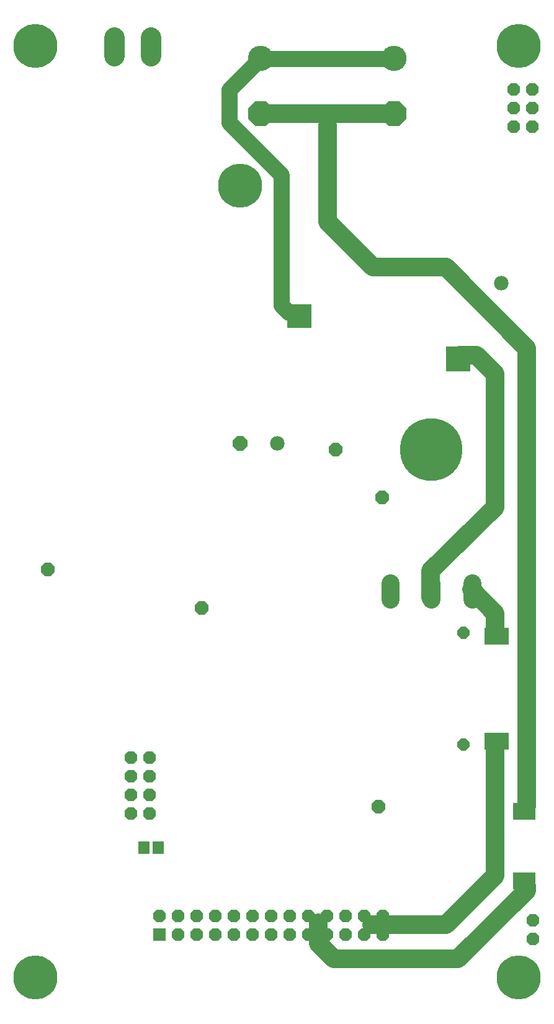
<source format=gbs>
G75*
G70*
%OFA0B0*%
%FSLAX24Y24*%
%IPPOS*%
%LPD*%
%AMOC8*
5,1,8,0,0,1.08239X$1,22.5*
%
%ADD10C,0.1000*%
%ADD11C,0.0860*%
%ADD12OC8,0.0674*%
%ADD13C,0.0973*%
%ADD14C,0.3350*%
%ADD15OC8,0.0516*%
%ADD16R,0.0674X0.0674*%
%ADD17C,0.1360*%
%ADD18OC8,0.1360*%
%ADD19OC8,0.0730*%
%ADD20C,0.1100*%
%ADD21OC8,0.0640*%
%ADD22C,0.0780*%
%ADD23OC8,0.0780*%
%ADD24R,0.0592X0.0671*%
%ADD25R,0.0516X0.0516*%
%ADD26C,0.2365*%
D10*
X025191Y008866D02*
X026041Y008016D01*
X032716Y008016D01*
X036391Y011691D01*
X036391Y011916D01*
X034691Y012491D02*
X034691Y019141D01*
X036416Y016216D02*
X036416Y040791D01*
X032066Y045141D01*
X028141Y045141D01*
X025691Y047591D01*
X025691Y052741D01*
X022191Y053391D02*
X029191Y053391D01*
X032816Y040416D02*
X033691Y040416D01*
X034691Y039416D01*
X034691Y032266D01*
X031241Y028841D01*
X031241Y027416D01*
X033441Y027841D02*
X034716Y026566D01*
X034716Y025591D01*
X034691Y012491D02*
X032066Y009866D01*
X028066Y009866D01*
X025191Y009941D02*
X025191Y008866D01*
D11*
X024041Y042691D02*
X023641Y042691D01*
X023241Y043091D01*
X023241Y050091D01*
X020441Y052891D01*
X020441Y054666D01*
X022091Y056316D01*
X029216Y056316D01*
X029241Y056341D01*
D12*
X035716Y054691D03*
X035716Y053691D03*
X035716Y052691D03*
X036716Y052691D03*
X036716Y053691D03*
X036716Y054691D03*
X016141Y018816D03*
X016141Y017816D03*
X016141Y016816D03*
X016141Y015816D03*
X015141Y015816D03*
X015141Y016816D03*
X015141Y017816D03*
X015141Y018816D03*
X016660Y010323D03*
X017660Y010323D03*
X017660Y009323D03*
X018660Y009323D03*
X018660Y010323D03*
X019660Y010323D03*
X020660Y010323D03*
X020660Y009323D03*
X019660Y009323D03*
X021660Y009323D03*
X021660Y010323D03*
X022660Y010323D03*
X022660Y009323D03*
X023660Y009323D03*
X023660Y010323D03*
X024660Y010323D03*
X024660Y009323D03*
X025660Y009323D03*
X025660Y010323D03*
X026660Y010323D03*
X026660Y009323D03*
X027660Y009323D03*
X027660Y010323D03*
X028660Y010323D03*
X028660Y009323D03*
X036741Y009091D03*
X036741Y010091D03*
D13*
X033450Y027320D02*
X033450Y028205D01*
X031250Y028205D02*
X031250Y027320D01*
X029050Y027320D02*
X029050Y028205D01*
D14*
X031250Y035362D03*
D15*
X035041Y042291D03*
X035041Y042291D03*
X035041Y042291D03*
X035041Y042291D03*
D16*
X016660Y009323D03*
D17*
X022116Y056342D03*
X029266Y056342D03*
D18*
X029266Y053390D03*
X022116Y053390D03*
D19*
X026141Y035341D03*
X028641Y032791D03*
X018941Y026841D03*
X010666Y028916D03*
X028441Y016191D03*
D20*
X016209Y056491D02*
X016209Y057491D01*
X014241Y057491D02*
X014241Y056491D01*
D21*
X033016Y025516D03*
X034791Y025516D03*
X034791Y019516D03*
X033016Y019516D03*
D22*
X022991Y035691D03*
X035041Y044291D03*
D23*
X035041Y042291D03*
X020991Y035691D03*
D24*
X016590Y013991D03*
X015842Y013991D03*
D25*
X032291Y039791D03*
X032716Y039791D03*
X033141Y039791D03*
X033141Y040216D03*
X033141Y040641D03*
X032716Y040641D03*
X032716Y040216D03*
X032291Y040216D03*
X032291Y040641D03*
X024616Y042116D03*
X024616Y042516D03*
X024616Y042916D03*
X024191Y042916D03*
X024191Y042516D03*
X024191Y042116D03*
X023766Y042116D03*
X023766Y042516D03*
X023766Y042916D03*
X034366Y025541D03*
X034366Y025116D03*
X034791Y025116D03*
X035216Y025116D03*
X035216Y025541D03*
X035216Y019916D03*
X035216Y019491D03*
X034791Y019916D03*
X034366Y019916D03*
X034366Y019491D03*
X035891Y016141D03*
X036266Y016141D03*
X036641Y016141D03*
X036641Y015716D03*
X036266Y015716D03*
X035891Y015716D03*
X035891Y012416D03*
X036266Y012416D03*
X036641Y012416D03*
X036641Y011991D03*
X036266Y011991D03*
X035891Y011991D03*
D26*
X009991Y007016D03*
X035975Y007016D03*
X021014Y049535D03*
X009991Y057016D03*
X035975Y057016D03*
M02*

</source>
